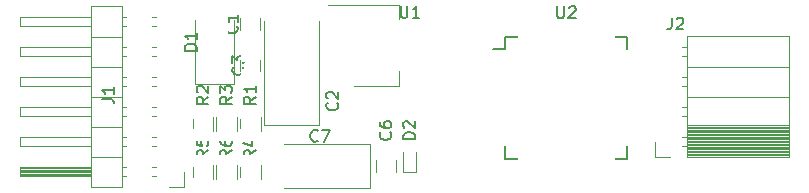
<source format=gbr>
%TF.GenerationSoftware,KiCad,Pcbnew,4.0.7-e2-6376~58~ubuntu16.04.1*%
%TF.CreationDate,2017-12-06T16:05:08+02:00*%
%TF.ProjectId,ecu_emu,6563755F656D752E6B696361645F7063,rev?*%
%TF.FileFunction,Legend,Top*%
%FSLAX46Y46*%
G04 Gerber Fmt 4.6, Leading zero omitted, Abs format (unit mm)*
G04 Created by KiCad (PCBNEW 4.0.7-e2-6376~58~ubuntu16.04.1) date Wed Dec  6 16:05:08 2017*
%MOMM*%
%LPD*%
G01*
G04 APERTURE LIST*
%ADD10C,0.100000*%
%ADD11C,0.120000*%
%ADD12C,0.150000*%
%ADD13R,1.650000X1.400000*%
%ADD14R,2.200000X2.900000*%
%ADD15R,0.750000X0.750000*%
%ADD16R,2.100000X2.100000*%
%ADD17O,2.100000X2.100000*%
%ADD18R,1.700000X1.100000*%
%ADD19R,2.400000X4.200000*%
%ADD20R,2.400000X1.900000*%
%ADD21R,1.400000X0.650000*%
%ADD22R,0.650000X1.400000*%
%ADD23R,3.100000X3.350000*%
%ADD24R,3.150000X2.200000*%
G04 APERTURE END LIST*
D10*
D11*
X40650000Y-22500000D02*
X40650000Y-23500000D01*
X42350000Y-23500000D02*
X42350000Y-22500000D01*
X42350000Y-27000000D02*
X42350000Y-26000000D01*
X40650000Y-26000000D02*
X40650000Y-27000000D01*
X53850000Y-35500000D02*
X53850000Y-34500000D01*
X52150000Y-34500000D02*
X52150000Y-35500000D01*
X36850000Y-28053000D02*
X40150000Y-28053000D01*
X40150000Y-28053000D02*
X40150000Y-22653000D01*
X36850000Y-28053000D02*
X36850000Y-22653000D01*
X55550000Y-35500000D02*
X55550000Y-33800000D01*
X54450000Y-35500000D02*
X55550000Y-35500000D01*
X54450000Y-33800000D02*
X54450000Y-35500000D01*
X30660000Y-36810000D02*
X30660000Y-21450000D01*
X30660000Y-21450000D02*
X28000000Y-21450000D01*
X28000000Y-21450000D02*
X28000000Y-36810000D01*
X28000000Y-36810000D02*
X30660000Y-36810000D01*
X28000000Y-35860000D02*
X22000000Y-35860000D01*
X22000000Y-35860000D02*
X22000000Y-35100000D01*
X22000000Y-35100000D02*
X28000000Y-35100000D01*
X28000000Y-35800000D02*
X22000000Y-35800000D01*
X28000000Y-35680000D02*
X22000000Y-35680000D01*
X28000000Y-35560000D02*
X22000000Y-35560000D01*
X28000000Y-35440000D02*
X22000000Y-35440000D01*
X28000000Y-35320000D02*
X22000000Y-35320000D01*
X28000000Y-35200000D02*
X22000000Y-35200000D01*
X31057071Y-35860000D02*
X30660000Y-35860000D01*
X31057071Y-35100000D02*
X30660000Y-35100000D01*
X33530000Y-35860000D02*
X33142929Y-35860000D01*
X33530000Y-35100000D02*
X33142929Y-35100000D01*
X30660000Y-34210000D02*
X28000000Y-34210000D01*
X28000000Y-33320000D02*
X22000000Y-33320000D01*
X22000000Y-33320000D02*
X22000000Y-32560000D01*
X22000000Y-32560000D02*
X28000000Y-32560000D01*
X31057071Y-33320000D02*
X30660000Y-33320000D01*
X31057071Y-32560000D02*
X30660000Y-32560000D01*
X33597071Y-33320000D02*
X33142929Y-33320000D01*
X33597071Y-32560000D02*
X33142929Y-32560000D01*
X30660000Y-31670000D02*
X28000000Y-31670000D01*
X28000000Y-30780000D02*
X22000000Y-30780000D01*
X22000000Y-30780000D02*
X22000000Y-30020000D01*
X22000000Y-30020000D02*
X28000000Y-30020000D01*
X31057071Y-30780000D02*
X30660000Y-30780000D01*
X31057071Y-30020000D02*
X30660000Y-30020000D01*
X33597071Y-30780000D02*
X33142929Y-30780000D01*
X33597071Y-30020000D02*
X33142929Y-30020000D01*
X30660000Y-29130000D02*
X28000000Y-29130000D01*
X28000000Y-28240000D02*
X22000000Y-28240000D01*
X22000000Y-28240000D02*
X22000000Y-27480000D01*
X22000000Y-27480000D02*
X28000000Y-27480000D01*
X31057071Y-28240000D02*
X30660000Y-28240000D01*
X31057071Y-27480000D02*
X30660000Y-27480000D01*
X33597071Y-28240000D02*
X33142929Y-28240000D01*
X33597071Y-27480000D02*
X33142929Y-27480000D01*
X30660000Y-26590000D02*
X28000000Y-26590000D01*
X28000000Y-25700000D02*
X22000000Y-25700000D01*
X22000000Y-25700000D02*
X22000000Y-24940000D01*
X22000000Y-24940000D02*
X28000000Y-24940000D01*
X31057071Y-25700000D02*
X30660000Y-25700000D01*
X31057071Y-24940000D02*
X30660000Y-24940000D01*
X33597071Y-25700000D02*
X33142929Y-25700000D01*
X33597071Y-24940000D02*
X33142929Y-24940000D01*
X30660000Y-24050000D02*
X28000000Y-24050000D01*
X28000000Y-23160000D02*
X22000000Y-23160000D01*
X22000000Y-23160000D02*
X22000000Y-22400000D01*
X22000000Y-22400000D02*
X28000000Y-22400000D01*
X31057071Y-23160000D02*
X30660000Y-23160000D01*
X31057071Y-22400000D02*
X30660000Y-22400000D01*
X33597071Y-23160000D02*
X33142929Y-23160000D01*
X33597071Y-22400000D02*
X33142929Y-22400000D01*
X35910000Y-35480000D02*
X35910000Y-36750000D01*
X35910000Y-36750000D02*
X34640000Y-36750000D01*
X42380000Y-30850000D02*
X42380000Y-32050000D01*
X40620000Y-32050000D02*
X40620000Y-30850000D01*
X38380000Y-30850000D02*
X38380000Y-32050000D01*
X36620000Y-32050000D02*
X36620000Y-30850000D01*
X40380000Y-30850000D02*
X40380000Y-32050000D01*
X38620000Y-32050000D02*
X38620000Y-30850000D01*
X42380000Y-34950000D02*
X42380000Y-36150000D01*
X40620000Y-36150000D02*
X40620000Y-34950000D01*
X38380000Y-34950000D02*
X38380000Y-36150000D01*
X36620000Y-36150000D02*
X36620000Y-34950000D01*
X40380000Y-34950000D02*
X40380000Y-36150000D01*
X38620000Y-36150000D02*
X38620000Y-34950000D01*
X54060000Y-28210000D02*
X54060000Y-26950000D01*
X54060000Y-21390000D02*
X54060000Y-22650000D01*
X50300000Y-28210000D02*
X54060000Y-28210000D01*
X48050000Y-21390000D02*
X54060000Y-21390000D01*
D12*
X63075000Y-24075000D02*
X63075000Y-25075000D01*
X73425000Y-24075000D02*
X73425000Y-25150000D01*
X73425000Y-34425000D02*
X73425000Y-33350000D01*
X63075000Y-34425000D02*
X63075000Y-33350000D01*
X63075000Y-24075000D02*
X64150000Y-24075000D01*
X63075000Y-34425000D02*
X64150000Y-34425000D01*
X73425000Y-34425000D02*
X72350000Y-34425000D01*
X73425000Y-24075000D02*
X72350000Y-24075000D01*
X63075000Y-25075000D02*
X62050000Y-25075000D01*
D11*
X42650000Y-31525000D02*
X42650000Y-22725000D01*
X47350000Y-31525000D02*
X47350000Y-22725000D01*
X42650000Y-31525000D02*
X47350000Y-31525000D01*
X51675000Y-36850000D02*
X44375000Y-36850000D01*
X51675000Y-33150000D02*
X44375000Y-33150000D01*
X51675000Y-36850000D02*
X51675000Y-33150000D01*
X78460000Y-34270000D02*
X78460000Y-31670000D01*
X78460000Y-31670000D02*
X87090000Y-31670000D01*
X87090000Y-31670000D02*
X87090000Y-34270000D01*
X87090000Y-34270000D02*
X78460000Y-34270000D01*
X78030000Y-33320000D02*
X78460000Y-33320000D01*
X78030000Y-32560000D02*
X78460000Y-32560000D01*
X78460000Y-34090000D02*
X87090000Y-34090000D01*
X78460000Y-33970000D02*
X87090000Y-33970000D01*
X78460000Y-33850000D02*
X87090000Y-33850000D01*
X78460000Y-33730000D02*
X87090000Y-33730000D01*
X78460000Y-33610000D02*
X87090000Y-33610000D01*
X78460000Y-33490000D02*
X87090000Y-33490000D01*
X78460000Y-33370000D02*
X87090000Y-33370000D01*
X78460000Y-33250000D02*
X87090000Y-33250000D01*
X78460000Y-33130000D02*
X87090000Y-33130000D01*
X78460000Y-33010000D02*
X87090000Y-33010000D01*
X78460000Y-32890000D02*
X87090000Y-32890000D01*
X78460000Y-32770000D02*
X87090000Y-32770000D01*
X78460000Y-32650000D02*
X87090000Y-32650000D01*
X78460000Y-32530000D02*
X87090000Y-32530000D01*
X78460000Y-32410000D02*
X87090000Y-32410000D01*
X78460000Y-32290000D02*
X87090000Y-32290000D01*
X78460000Y-32170000D02*
X87090000Y-32170000D01*
X78460000Y-32050000D02*
X87090000Y-32050000D01*
X78460000Y-31930000D02*
X87090000Y-31930000D01*
X78460000Y-31810000D02*
X87090000Y-31810000D01*
X78460000Y-31690000D02*
X87090000Y-31690000D01*
X78460000Y-31570000D02*
X87090000Y-31570000D01*
X78460000Y-31670000D02*
X78460000Y-29130000D01*
X78460000Y-29130000D02*
X87090000Y-29130000D01*
X87090000Y-29130000D02*
X87090000Y-31670000D01*
X87090000Y-31670000D02*
X78460000Y-31670000D01*
X78030000Y-30780000D02*
X78460000Y-30780000D01*
X78030000Y-30020000D02*
X78460000Y-30020000D01*
X78460000Y-29130000D02*
X78460000Y-26590000D01*
X78460000Y-26590000D02*
X87090000Y-26590000D01*
X87090000Y-26590000D02*
X87090000Y-29130000D01*
X87090000Y-29130000D02*
X78460000Y-29130000D01*
X78030000Y-28240000D02*
X78460000Y-28240000D01*
X78030000Y-27480000D02*
X78460000Y-27480000D01*
X78460000Y-26590000D02*
X78460000Y-23990000D01*
X78460000Y-23990000D02*
X87090000Y-23990000D01*
X87090000Y-23990000D02*
X87090000Y-26590000D01*
X87090000Y-26590000D02*
X78460000Y-26590000D01*
X78030000Y-25700000D02*
X78460000Y-25700000D01*
X78030000Y-24940000D02*
X78460000Y-24940000D01*
X77000000Y-34210000D02*
X75730000Y-34210000D01*
X75730000Y-34210000D02*
X75730000Y-32940000D01*
D12*
X40357143Y-23166666D02*
X40404762Y-23214285D01*
X40452381Y-23357142D01*
X40452381Y-23452380D01*
X40404762Y-23595238D01*
X40309524Y-23690476D01*
X40214286Y-23738095D01*
X40023810Y-23785714D01*
X39880952Y-23785714D01*
X39690476Y-23738095D01*
X39595238Y-23690476D01*
X39500000Y-23595238D01*
X39452381Y-23452380D01*
X39452381Y-23357142D01*
X39500000Y-23214285D01*
X39547619Y-23166666D01*
X40452381Y-22214285D02*
X40452381Y-22785714D01*
X40452381Y-22500000D02*
X39452381Y-22500000D01*
X39595238Y-22595238D01*
X39690476Y-22690476D01*
X39738095Y-22785714D01*
X40857143Y-26666666D02*
X40904762Y-26714285D01*
X40952381Y-26857142D01*
X40952381Y-26952380D01*
X40904762Y-27095238D01*
X40809524Y-27190476D01*
X40714286Y-27238095D01*
X40523810Y-27285714D01*
X40380952Y-27285714D01*
X40190476Y-27238095D01*
X40095238Y-27190476D01*
X40000000Y-27095238D01*
X39952381Y-26952380D01*
X39952381Y-26857142D01*
X40000000Y-26714285D01*
X40047619Y-26666666D01*
X39952381Y-26333333D02*
X39952381Y-25714285D01*
X40333333Y-26047619D01*
X40333333Y-25904761D01*
X40380952Y-25809523D01*
X40428571Y-25761904D01*
X40523810Y-25714285D01*
X40761905Y-25714285D01*
X40857143Y-25761904D01*
X40904762Y-25809523D01*
X40952381Y-25904761D01*
X40952381Y-26190476D01*
X40904762Y-26285714D01*
X40857143Y-26333333D01*
X53357143Y-32166666D02*
X53404762Y-32214285D01*
X53452381Y-32357142D01*
X53452381Y-32452380D01*
X53404762Y-32595238D01*
X53309524Y-32690476D01*
X53214286Y-32738095D01*
X53023810Y-32785714D01*
X52880952Y-32785714D01*
X52690476Y-32738095D01*
X52595238Y-32690476D01*
X52500000Y-32595238D01*
X52452381Y-32452380D01*
X52452381Y-32357142D01*
X52500000Y-32214285D01*
X52547619Y-32166666D01*
X52452381Y-31309523D02*
X52452381Y-31500000D01*
X52500000Y-31595238D01*
X52547619Y-31642857D01*
X52690476Y-31738095D01*
X52880952Y-31785714D01*
X53261905Y-31785714D01*
X53357143Y-31738095D01*
X53404762Y-31690476D01*
X53452381Y-31595238D01*
X53452381Y-31404761D01*
X53404762Y-31309523D01*
X53357143Y-31261904D01*
X53261905Y-31214285D01*
X53023810Y-31214285D01*
X52928571Y-31261904D01*
X52880952Y-31309523D01*
X52833333Y-31404761D01*
X52833333Y-31595238D01*
X52880952Y-31690476D01*
X52928571Y-31738095D01*
X53023810Y-31785714D01*
X36952381Y-25238095D02*
X35952381Y-25238095D01*
X35952381Y-25000000D01*
X36000000Y-24857142D01*
X36095238Y-24761904D01*
X36190476Y-24714285D01*
X36380952Y-24666666D01*
X36523810Y-24666666D01*
X36714286Y-24714285D01*
X36809524Y-24761904D01*
X36904762Y-24857142D01*
X36952381Y-25000000D01*
X36952381Y-25238095D01*
X36952381Y-23714285D02*
X36952381Y-24285714D01*
X36952381Y-24000000D02*
X35952381Y-24000000D01*
X36095238Y-24095238D01*
X36190476Y-24190476D01*
X36238095Y-24285714D01*
X55452381Y-32738095D02*
X54452381Y-32738095D01*
X54452381Y-32500000D01*
X54500000Y-32357142D01*
X54595238Y-32261904D01*
X54690476Y-32214285D01*
X54880952Y-32166666D01*
X55023810Y-32166666D01*
X55214286Y-32214285D01*
X55309524Y-32261904D01*
X55404762Y-32357142D01*
X55452381Y-32500000D01*
X55452381Y-32738095D01*
X54547619Y-31785714D02*
X54500000Y-31738095D01*
X54452381Y-31642857D01*
X54452381Y-31404761D01*
X54500000Y-31309523D01*
X54547619Y-31261904D01*
X54642857Y-31214285D01*
X54738095Y-31214285D01*
X54880952Y-31261904D01*
X55452381Y-31833333D01*
X55452381Y-31214285D01*
X28952381Y-29333333D02*
X29666667Y-29333333D01*
X29809524Y-29380953D01*
X29904762Y-29476191D01*
X29952381Y-29619048D01*
X29952381Y-29714286D01*
X29952381Y-28333333D02*
X29952381Y-28904762D01*
X29952381Y-28619048D02*
X28952381Y-28619048D01*
X29095238Y-28714286D01*
X29190476Y-28809524D01*
X29238095Y-28904762D01*
X41952381Y-29166666D02*
X41476190Y-29500000D01*
X41952381Y-29738095D02*
X40952381Y-29738095D01*
X40952381Y-29357142D01*
X41000000Y-29261904D01*
X41047619Y-29214285D01*
X41142857Y-29166666D01*
X41285714Y-29166666D01*
X41380952Y-29214285D01*
X41428571Y-29261904D01*
X41476190Y-29357142D01*
X41476190Y-29738095D01*
X41952381Y-28214285D02*
X41952381Y-28785714D01*
X41952381Y-28500000D02*
X40952381Y-28500000D01*
X41095238Y-28595238D01*
X41190476Y-28690476D01*
X41238095Y-28785714D01*
X37952381Y-29166666D02*
X37476190Y-29500000D01*
X37952381Y-29738095D02*
X36952381Y-29738095D01*
X36952381Y-29357142D01*
X37000000Y-29261904D01*
X37047619Y-29214285D01*
X37142857Y-29166666D01*
X37285714Y-29166666D01*
X37380952Y-29214285D01*
X37428571Y-29261904D01*
X37476190Y-29357142D01*
X37476190Y-29738095D01*
X37047619Y-28785714D02*
X37000000Y-28738095D01*
X36952381Y-28642857D01*
X36952381Y-28404761D01*
X37000000Y-28309523D01*
X37047619Y-28261904D01*
X37142857Y-28214285D01*
X37238095Y-28214285D01*
X37380952Y-28261904D01*
X37952381Y-28833333D01*
X37952381Y-28214285D01*
X39952381Y-29166666D02*
X39476190Y-29500000D01*
X39952381Y-29738095D02*
X38952381Y-29738095D01*
X38952381Y-29357142D01*
X39000000Y-29261904D01*
X39047619Y-29214285D01*
X39142857Y-29166666D01*
X39285714Y-29166666D01*
X39380952Y-29214285D01*
X39428571Y-29261904D01*
X39476190Y-29357142D01*
X39476190Y-29738095D01*
X38952381Y-28833333D02*
X38952381Y-28214285D01*
X39333333Y-28547619D01*
X39333333Y-28404761D01*
X39380952Y-28309523D01*
X39428571Y-28261904D01*
X39523810Y-28214285D01*
X39761905Y-28214285D01*
X39857143Y-28261904D01*
X39904762Y-28309523D01*
X39952381Y-28404761D01*
X39952381Y-28690476D01*
X39904762Y-28785714D01*
X39857143Y-28833333D01*
X41952381Y-33666666D02*
X41476190Y-34000000D01*
X41952381Y-34238095D02*
X40952381Y-34238095D01*
X40952381Y-33857142D01*
X41000000Y-33761904D01*
X41047619Y-33714285D01*
X41142857Y-33666666D01*
X41285714Y-33666666D01*
X41380952Y-33714285D01*
X41428571Y-33761904D01*
X41476190Y-33857142D01*
X41476190Y-34238095D01*
X41285714Y-32809523D02*
X41952381Y-32809523D01*
X40904762Y-33047619D02*
X41619048Y-33285714D01*
X41619048Y-32666666D01*
X37952381Y-33666666D02*
X37476190Y-34000000D01*
X37952381Y-34238095D02*
X36952381Y-34238095D01*
X36952381Y-33857142D01*
X37000000Y-33761904D01*
X37047619Y-33714285D01*
X37142857Y-33666666D01*
X37285714Y-33666666D01*
X37380952Y-33714285D01*
X37428571Y-33761904D01*
X37476190Y-33857142D01*
X37476190Y-34238095D01*
X36952381Y-32761904D02*
X36952381Y-33238095D01*
X37428571Y-33285714D01*
X37380952Y-33238095D01*
X37333333Y-33142857D01*
X37333333Y-32904761D01*
X37380952Y-32809523D01*
X37428571Y-32761904D01*
X37523810Y-32714285D01*
X37761905Y-32714285D01*
X37857143Y-32761904D01*
X37904762Y-32809523D01*
X37952381Y-32904761D01*
X37952381Y-33142857D01*
X37904762Y-33238095D01*
X37857143Y-33285714D01*
X39952381Y-33666666D02*
X39476190Y-34000000D01*
X39952381Y-34238095D02*
X38952381Y-34238095D01*
X38952381Y-33857142D01*
X39000000Y-33761904D01*
X39047619Y-33714285D01*
X39142857Y-33666666D01*
X39285714Y-33666666D01*
X39380952Y-33714285D01*
X39428571Y-33761904D01*
X39476190Y-33857142D01*
X39476190Y-34238095D01*
X38952381Y-32809523D02*
X38952381Y-33000000D01*
X39000000Y-33095238D01*
X39047619Y-33142857D01*
X39190476Y-33238095D01*
X39380952Y-33285714D01*
X39761905Y-33285714D01*
X39857143Y-33238095D01*
X39904762Y-33190476D01*
X39952381Y-33095238D01*
X39952381Y-32904761D01*
X39904762Y-32809523D01*
X39857143Y-32761904D01*
X39761905Y-32714285D01*
X39523810Y-32714285D01*
X39428571Y-32761904D01*
X39380952Y-32809523D01*
X39333333Y-32904761D01*
X39333333Y-33095238D01*
X39380952Y-33190476D01*
X39428571Y-33238095D01*
X39523810Y-33285714D01*
X54238095Y-21452381D02*
X54238095Y-22261905D01*
X54285714Y-22357143D01*
X54333333Y-22404762D01*
X54428571Y-22452381D01*
X54619048Y-22452381D01*
X54714286Y-22404762D01*
X54761905Y-22357143D01*
X54809524Y-22261905D01*
X54809524Y-21452381D01*
X55809524Y-22452381D02*
X55238095Y-22452381D01*
X55523809Y-22452381D02*
X55523809Y-21452381D01*
X55428571Y-21595238D01*
X55333333Y-21690476D01*
X55238095Y-21738095D01*
X67488095Y-21502381D02*
X67488095Y-22311905D01*
X67535714Y-22407143D01*
X67583333Y-22454762D01*
X67678571Y-22502381D01*
X67869048Y-22502381D01*
X67964286Y-22454762D01*
X68011905Y-22407143D01*
X68059524Y-22311905D01*
X68059524Y-21502381D01*
X68488095Y-21597619D02*
X68535714Y-21550000D01*
X68630952Y-21502381D01*
X68869048Y-21502381D01*
X68964286Y-21550000D01*
X69011905Y-21597619D01*
X69059524Y-21692857D01*
X69059524Y-21788095D01*
X69011905Y-21930952D01*
X68440476Y-22502381D01*
X69059524Y-22502381D01*
X48857143Y-29666666D02*
X48904762Y-29714285D01*
X48952381Y-29857142D01*
X48952381Y-29952380D01*
X48904762Y-30095238D01*
X48809524Y-30190476D01*
X48714286Y-30238095D01*
X48523810Y-30285714D01*
X48380952Y-30285714D01*
X48190476Y-30238095D01*
X48095238Y-30190476D01*
X48000000Y-30095238D01*
X47952381Y-29952380D01*
X47952381Y-29857142D01*
X48000000Y-29714285D01*
X48047619Y-29666666D01*
X48047619Y-29285714D02*
X48000000Y-29238095D01*
X47952381Y-29142857D01*
X47952381Y-28904761D01*
X48000000Y-28809523D01*
X48047619Y-28761904D01*
X48142857Y-28714285D01*
X48238095Y-28714285D01*
X48380952Y-28761904D01*
X48952381Y-29333333D01*
X48952381Y-28714285D01*
X47208334Y-32857143D02*
X47160715Y-32904762D01*
X47017858Y-32952381D01*
X46922620Y-32952381D01*
X46779762Y-32904762D01*
X46684524Y-32809524D01*
X46636905Y-32714286D01*
X46589286Y-32523810D01*
X46589286Y-32380952D01*
X46636905Y-32190476D01*
X46684524Y-32095238D01*
X46779762Y-32000000D01*
X46922620Y-31952381D01*
X47017858Y-31952381D01*
X47160715Y-32000000D01*
X47208334Y-32047619D01*
X47541667Y-31952381D02*
X48208334Y-31952381D01*
X47779762Y-32952381D01*
X77166667Y-22452381D02*
X77166667Y-23166667D01*
X77119047Y-23309524D01*
X77023809Y-23404762D01*
X76880952Y-23452381D01*
X76785714Y-23452381D01*
X77595238Y-22547619D02*
X77642857Y-22500000D01*
X77738095Y-22452381D01*
X77976191Y-22452381D01*
X78071429Y-22500000D01*
X78119048Y-22547619D01*
X78166667Y-22642857D01*
X78166667Y-22738095D01*
X78119048Y-22880952D01*
X77547619Y-23452381D01*
X78166667Y-23452381D01*
%LPC*%
D13*
X41500000Y-24000000D03*
X41500000Y-22000000D03*
X41500000Y-25500000D03*
X41500000Y-27500000D03*
X53000000Y-34000000D03*
X53000000Y-36000000D03*
D14*
X38500000Y-26653000D03*
X38500000Y-22653000D03*
D15*
X55000000Y-33775000D03*
X55000000Y-35225000D03*
D16*
X34640000Y-35480000D03*
D17*
X32100000Y-35480000D03*
X34640000Y-32940000D03*
X32100000Y-32940000D03*
X34640000Y-30400000D03*
X32100000Y-30400000D03*
X34640000Y-27860000D03*
X32100000Y-27860000D03*
X34640000Y-25320000D03*
X32100000Y-25320000D03*
X34640000Y-22780000D03*
X32100000Y-22780000D03*
D18*
X41500000Y-32400000D03*
X41500000Y-30500000D03*
X37500000Y-32400000D03*
X37500000Y-30500000D03*
X39500000Y-32400000D03*
X39500000Y-30500000D03*
X41500000Y-36500000D03*
X41500000Y-34600000D03*
X37500000Y-36500000D03*
X37500000Y-34600000D03*
X39500000Y-36500000D03*
X39500000Y-34600000D03*
D19*
X55300000Y-24800000D03*
D20*
X49000000Y-24800000D03*
X49000000Y-27100000D03*
X49000000Y-22500000D03*
D21*
X62550000Y-25500000D03*
X62550000Y-26000000D03*
X62550000Y-26500000D03*
X62550000Y-27000000D03*
X62550000Y-27500000D03*
X62550000Y-28000000D03*
X62550000Y-28500000D03*
X62550000Y-29000000D03*
X62550000Y-29500000D03*
X62550000Y-30000000D03*
X62550000Y-30500000D03*
X62550000Y-31000000D03*
X62550000Y-31500000D03*
X62550000Y-32000000D03*
X62550000Y-32500000D03*
X62550000Y-33000000D03*
D22*
X64500000Y-34950000D03*
X65000000Y-34950000D03*
X65500000Y-34950000D03*
X66000000Y-34950000D03*
X66500000Y-34950000D03*
X67000000Y-34950000D03*
X67500000Y-34950000D03*
X68000000Y-34950000D03*
X68500000Y-34950000D03*
X69000000Y-34950000D03*
X69500000Y-34950000D03*
X70000000Y-34950000D03*
X70500000Y-34950000D03*
X71000000Y-34950000D03*
X71500000Y-34950000D03*
X72000000Y-34950000D03*
D21*
X73950000Y-33000000D03*
X73950000Y-32500000D03*
X73950000Y-32000000D03*
X73950000Y-31500000D03*
X73950000Y-31000000D03*
X73950000Y-30500000D03*
X73950000Y-30000000D03*
X73950000Y-29500000D03*
X73950000Y-29000000D03*
X73950000Y-28500000D03*
X73950000Y-28000000D03*
X73950000Y-27500000D03*
X73950000Y-27000000D03*
X73950000Y-26500000D03*
X73950000Y-26000000D03*
X73950000Y-25500000D03*
D22*
X72000000Y-23550000D03*
X71500000Y-23550000D03*
X71000000Y-23550000D03*
X70500000Y-23550000D03*
X70000000Y-23550000D03*
X69500000Y-23550000D03*
X69000000Y-23550000D03*
X68500000Y-23550000D03*
X68000000Y-23550000D03*
X67500000Y-23550000D03*
X67000000Y-23550000D03*
X66500000Y-23550000D03*
X66000000Y-23550000D03*
X65500000Y-23550000D03*
X65000000Y-23550000D03*
X64500000Y-23550000D03*
D23*
X45000000Y-29750000D03*
X45000000Y-23000000D03*
D24*
X50000000Y-35000000D03*
X44750000Y-35000000D03*
D16*
X77000000Y-32940000D03*
D17*
X77000000Y-30400000D03*
X77000000Y-27860000D03*
X77000000Y-25320000D03*
M02*

</source>
